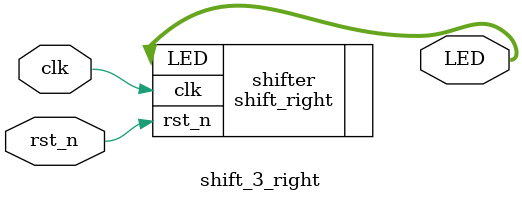
<source format=v>
module shift_3_right
(
    input clk,
    input rst_n,
    output [2:0] LED
);

shift_right
#(
    .BITS(3)
)
shifter(
    .clk    (clk),
    .rst_n  (rst_n),
    .LED    (LED)
);
endmodule
</source>
